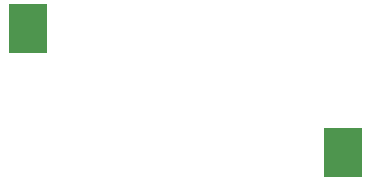
<source format=gbr>
%FSTAX23Y23*%
%MOIN*%
%SFA1B1*%

%IPPOS*%
%LNsyncbox_mechanical_5-1*%
%LPD*%
G36*
X04175Y05303D02*
X04048D01*
Y05465*
X04175*
Y05303*
G37*
G36*
X05097Y05053D02*
X05224D01*
Y04891*
X05097*
Y05053*
G37*
M02*
</source>
